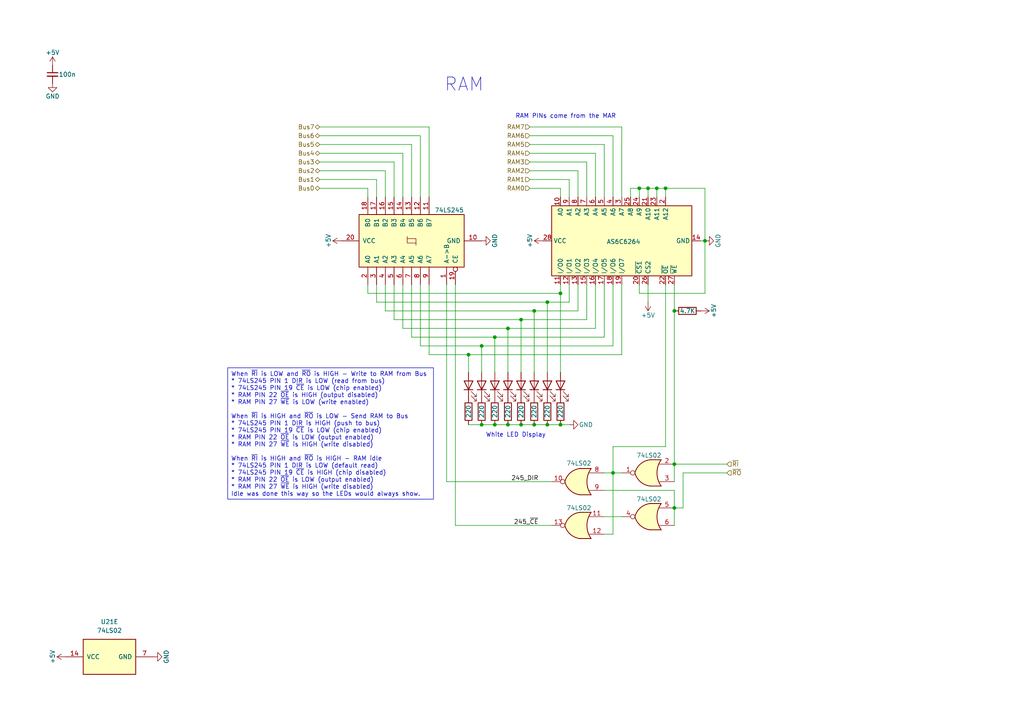
<source format=kicad_sch>
(kicad_sch (version 20250114) (generator "eeschema") (generator_version "9.0")
  (paper "A4")
  (lib_symbols
    (symbol "74xx:74LS02" (pin_names (offset 1.016))
      (property "Reference" "U" (at 0 1.27 0))
      (property "Value" "74LS02" (at 0 -1.27 0))
      (symbol "74LS02_1_1"
        (arc (start -3.81 3.81) (mid -2.589 0) (end -3.81 -3.81) (stroke (width 0.254)))
        (polyline (pts (xy -3.81 3.81) (xy -0.635 3.81)) (stroke (width 0.254)) (fill (type background)))
        (polyline (pts (xy -3.81 -3.81) (xy -0.635 -3.81)) (stroke (width 0.254)) (fill (type background)))
        (arc (start 3.81 0) (mid 2.1855 -2.584) (end -0.6096 -3.81) (stroke (width 0.254)) (fill (type background)))
        (arc (start -0.6096 3.81) (mid 2.1928 2.5924) (end 3.81 0) (stroke (width 0.254)) (fill (type background)))
        (polyline (pts (xy -0.635 3.81) (xy -3.81 3.81) (xy -3.81 3.81) (xy -3.556 3.4036) (xy -3.0226 2.2606) (xy -2.6924 1.0414) (xy -2.6162 -0.254) (xy -2.7686 -1.4986) (xy -3.175 -2.7178) (xy -3.81 -3.81) (xy -3.81 -3.81) (xy -0.635 -3.81)) (stroke (width -25.4)) (fill (type background)))
        (pin input line (at -7.62 2.54 0) (length 4.318) (name "~") (number "2"))
        (pin input line (at -7.62 -2.54 0) (length 4.318) (name "~") (number "3"))
        (pin output inverted (at 7.62 0 180) (length 3.81) (name "~") (number "1"))
      )
      (symbol "74LS02_1_2"
        (arc (start 0 3.81) (mid 3.7934 0) (end 0 -3.81) (stroke (width 0.254)) (fill (type background)))
        (polyline (pts (xy 0 3.81) (xy -3.81 3.81) (xy -3.81 -3.81) (xy 0 -3.81)) (stroke (width 0.254)) (fill (type background)))
        (pin input inverted (at -7.62 2.54 0) (length 3.81) (name "~") (number "2"))
        (pin input inverted (at -7.62 -2.54 0) (length 3.81) (name "~") (number "3"))
        (pin output line (at 7.62 0 180) (length 3.81) (name "~") (number "1"))
      )
      (symbol "74LS02_2_1"
        (arc (start -3.81 3.81) (mid -2.589 0) (end -3.81 -3.81) (stroke (width 0.254)))
        (polyline (pts (xy -3.81 3.81) (xy -0.635 3.81)) (stroke (width 0.254)) (fill (type background)))
        (polyline (pts (xy -3.81 -3.81) (xy -0.635 -3.81)) (stroke (width 0.254)) (fill (type background)))
        (arc (start 3.81 0) (mid 2.1855 -2.584) (end -0.6096 -3.81) (stroke (width 0.254)) (fill (type background)))
        (arc (start -0.6096 3.81) (mid 2.1928 2.5924) (end 3.81 0) (stroke (width 0.254)) (fill (type background)))
        (polyline (pts (xy -0.635 3.81) (xy -3.81 3.81) (xy -3.81 3.81) (xy -3.556 3.4036) (xy -3.0226 2.2606) (xy -2.6924 1.0414) (xy -2.6162 -0.254) (xy -2.7686 -1.4986) (xy -3.175 -2.7178) (xy -3.81 -3.81) (xy -3.81 -3.81) (xy -0.635 -3.81)) (stroke (width -25.4)) (fill (type background)))
        (pin input line (at -7.62 2.54 0) (length 4.318) (name "~") (number "5"))
        (pin input line (at -7.62 -2.54 0) (length 4.318) (name "~") (number "6"))
        (pin output inverted (at 7.62 0 180) (length 3.81) (name "~") (number "4"))
      )
      (symbol "74LS02_2_2"
        (arc (start 0 3.81) (mid 3.7934 0) (end 0 -3.81) (stroke (width 0.254)) (fill (type background)))
        (polyline (pts (xy 0 3.81) (xy -3.81 3.81) (xy -3.81 -3.81) (xy 0 -3.81)) (stroke (width 0.254)) (fill (type background)))
        (pin input inverted (at -7.62 2.54 0) (length 3.81) (name "~") (number "5"))
        (pin input inverted (at -7.62 -2.54 0) (length 3.81) (name "~") (number "6"))
        (pin output line (at 7.62 0 180) (length 3.81) (name "~") (number "4"))
      )
      (symbol "74LS02_3_1"
        (arc (start -3.81 3.81) (mid -2.589 0) (end -3.81 -3.81) (stroke (width 0.254)))
        (polyline (pts (xy -3.81 3.81) (xy -0.635 3.81)) (stroke (width 0.254)) (fill (type background)))
        (polyline (pts (xy -3.81 -3.81) (xy -0.635 -3.81)) (stroke (width 0.254)) (fill (type background)))
        (arc (start 3.81 0) (mid 2.1855 -2.584) (end -0.6096 -3.81) (stroke (width 0.254)) (fill (type background)))
        (arc (start -0.6096 3.81) (mid 2.1928 2.5924) (end 3.81 0) (stroke (width 0.254)) (fill (type background)))
        (polyline (pts (xy -0.635 3.81) (xy -3.81 3.81) (xy -3.81 3.81) (xy -3.556 3.4036) (xy -3.0226 2.2606) (xy -2.6924 1.0414) (xy -2.6162 -0.254) (xy -2.7686 -1.4986) (xy -3.175 -2.7178) (xy -3.81 -3.81) (xy -3.81 -3.81) (xy -0.635 -3.81)) (stroke (width -25.4)) (fill (type background)))
        (pin input line (at -7.62 2.54 0) (length 4.318) (name "~") (number "8"))
        (pin input line (at -7.62 -2.54 0) (length 4.318) (name "~") (number "9"))
        (pin output inverted (at 7.62 0 180) (length 3.81) (name "~") (number "10"))
      )
      (symbol "74LS02_3_2"
        (arc (start 0 3.81) (mid 3.7934 0) (end 0 -3.81) (stroke (width 0.254)) (fill (type background)))
        (polyline (pts (xy 0 3.81) (xy -3.81 3.81) (xy -3.81 -3.81) (xy 0 -3.81)) (stroke (width 0.254)) (fill (type background)))
        (pin input inverted (at -7.62 2.54 0) (length 3.81) (name "~") (number "8"))
        (pin input inverted (at -7.62 -2.54 0) (length 3.81) (name "~") (number "9"))
        (pin output line (at 7.62 0 180) (length 3.81) (name "~") (number "10"))
      )
      (symbol "74LS02_4_1"
        (arc (start -3.81 3.81) (mid -2.589 0) (end -3.81 -3.81) (stroke (width 0.254)))
        (polyline (pts (xy -3.81 3.81) (xy -0.635 3.81)) (stroke (width 0.254)) (fill (type background)))
        (polyline (pts (xy -3.81 -3.81) (xy -0.635 -3.81)) (stroke (width 0.254)) (fill (type background)))
        (arc (start 3.81 0) (mid 2.1855 -2.584) (end -0.6096 -3.81) (stroke (width 0.254)) (fill (type background)))
        (arc (start -0.6096 3.81) (mid 2.1928 2.5924) (end 3.81 0) (stroke (width 0.254)) (fill (type background)))
        (polyline (pts (xy -0.635 3.81) (xy -3.81 3.81) (xy -3.81 3.81) (xy -3.556 3.4036) (xy -3.0226 2.2606) (xy -2.6924 1.0414) (xy -2.6162 -0.254) (xy -2.7686 -1.4986) (xy -3.175 -2.7178) (xy -3.81 -3.81) (xy -3.81 -3.81) (xy -0.635 -3.81)) (stroke (width -25.4)) (fill (type background)))
        (pin input line (at -7.62 2.54 0) (length 4.318) (name "~") (number "11"))
        (pin input line (at -7.62 -2.54 0) (length 4.318) (name "~") (number "12"))
        (pin output inverted (at 7.62 0 180) (length 3.81) (name "~") (number "13"))
      )
      (symbol "74LS02_4_2"
        (arc (start 0 3.81) (mid 3.7934 0) (end 0 -3.81) (stroke (width 0.254)) (fill (type background)))
        (polyline (pts (xy 0 3.81) (xy -3.81 3.81) (xy -3.81 -3.81) (xy 0 -3.81)) (stroke (width 0.254)) (fill (type background)))
        (pin input inverted (at -7.62 2.54 0) (length 3.81) (name "~") (number "11"))
        (pin input inverted (at -7.62 -2.54 0) (length 3.81) (name "~") (number "12"))
        (pin output line (at 7.62 0 180) (length 3.81) (name "~") (number "13"))
      )
      (symbol "74LS02_5_0"
        (pin power_in line (at 0 12.7 270) (length 5.08) (name "VCC") (number "14"))
        (pin power_in line (at 0 -12.7 90) (length 5.08) (name "GND") (number "7"))
      )
      (symbol "74LS02_5_1"
        (rectangle (start -5.08 7.62) (end 5.08 -7.62) (stroke (width 0.254)) (fill (type background)))
      )
    )
    (symbol "74xx:74LS245" (pin_names (offset 1.016))
      (property "Reference" "U" (at -7.62 16.51 0))
      (property "Value" "74LS245" (at -7.62 -16.51 0))
      (symbol "74LS245_1_0"
        (polyline (pts (xy -1.27 -1.27) (xy 0.635 -1.27) (xy 0.635 1.27) (xy 1.27 1.27)))
        (polyline (pts (xy -0.635 -1.27) (xy -0.635 1.27) (xy 0.635 1.27)))
        (pin tri_state line (at -12.7 12.7 0) (length 5.08) (name "A0") (number "2"))
        (pin tri_state line (at -12.7 10.16 0) (length 5.08) (name "A1") (number "3"))
        (pin tri_state line (at -12.7 7.62 0) (length 5.08) (name "A2") (number "4"))
        (pin tri_state line (at -12.7 5.08 0) (length 5.08) (name "A3") (number "5"))
        (pin tri_state line (at -12.7 2.54 0) (length 5.08) (name "A4") (number "6"))
        (pin tri_state line (at -12.7 0 0) (length 5.08) (name "A5") (number "7"))
        (pin tri_state line (at -12.7 -2.54 0) (length 5.08) (name "A6") (number "8"))
        (pin tri_state line (at -12.7 -5.08 0) (length 5.08) (name "A7") (number "9"))
        (pin input line (at -12.7 -10.16 0) (length 5.08) (name "A->B") (number "1"))
        (pin input inverted (at -12.7 -12.7 0) (length 5.08) (name "CE") (number "19"))
        (pin power_in line (at 0 20.32 270) (length 5.08) (name "VCC") (number "20"))
        (pin power_in line (at 0 -20.32 90) (length 5.08) (name "GND") (number "10"))
        (pin tri_state line (at 12.7 12.7 180) (length 5.08) (name "B0") (number "18"))
        (pin tri_state line (at 12.7 10.16 180) (length 5.08) (name "B1") (number "17"))
        (pin tri_state line (at 12.7 7.62 180) (length 5.08) (name "B2") (number "16"))
        (pin tri_state line (at 12.7 5.08 180) (length 5.08) (name "B3") (number "15"))
        (pin tri_state line (at 12.7 2.54 180) (length 5.08) (name "B4") (number "14"))
        (pin tri_state line (at 12.7 0 180) (length 5.08) (name "B5") (number "13"))
        (pin tri_state line (at 12.7 -2.54 180) (length 5.08) (name "B6") (number "12"))
        (pin tri_state line (at 12.7 -5.08 180) (length 5.08) (name "B7") (number "11"))
      )
      (symbol "74LS245_1_1"
        (rectangle (start -7.62 15.24) (end 7.62 -15.24) (stroke (width 0.254)) (fill (type background)))
      )
    )
    (symbol "Device:C_Small" (pin_numbers (hide yes)) (pin_names (offset 0.254) (hide yes))
      (property "Reference" "C" (at 0.254 1.778 0))
      (property "Value" "C_Small" (at 0.254 -2.032 0))
      (symbol "C_Small_0_1"
        (polyline (pts (xy -1.524 0.508) (xy 1.524 0.508)) (stroke (width 0.3048)))
        (polyline (pts (xy -1.524 -0.508) (xy 1.524 -0.508)) (stroke (width 0.3302)))
      )
      (symbol "C_Small_1_1"
        (pin passive line (at 0 2.54 270) (length 2.032) (name "~") (number "1"))
        (pin passive line (at 0 -2.54 90) (length 2.032) (name "~") (number "2"))
      )
    )
    (symbol "Device:LED" (pin_numbers (hide yes)) (pin_names (offset 1.016) (hide yes))
      (property "Reference" "D" (at 0 2.54 0))
      (property "Value" "LED" (at 0 -2.54 0))
      (symbol "LED_0_1"
        (polyline (pts (xy -3.048 -0.762) (xy -4.572 -2.286) (xy -3.81 -2.286) (xy -4.572 -2.286) (xy -4.572 -1.524)))
        (polyline (pts (xy -1.778 -0.762) (xy -3.302 -2.286) (xy -2.54 -2.286) (xy -3.302 -2.286) (xy -3.302 -1.524)))
        (polyline (pts (xy -1.27 0) (xy 1.27 0)))
        (polyline (pts (xy -1.27 -1.27) (xy -1.27 1.27)) (stroke (width 0.254)))
        (polyline (pts (xy 1.27 -1.27) (xy 1.27 1.27) (xy -1.27 0) (xy 1.27 -1.27)) (stroke (width 0.254)))
      )
      (symbol "LED_1_1"
        (pin passive line (at -3.81 0 0) (length 2.54) (name "K") (number "1"))
        (pin passive line (at 3.81 0 180) (length 2.54) (name "A") (number "2"))
      )
    )
    (symbol "Device:R" (pin_numbers (hide yes)) (pin_names (offset 0))
      (property "Reference" "R" (at 2.032 0 90))
      (property "Value" "R" (at 0 0 90))
      (symbol "R_0_1"
        (rectangle (start -1.016 -2.54) (end 1.016 2.54) (stroke (width 0.254)))
      )
      (symbol "R_1_1"
        (pin passive line (at 0 3.81 270) (length 1.27) (name "~") (number "1"))
        (pin passive line (at 0 -3.81 90) (length 1.27) (name "~") (number "2"))
      )
    )
    (symbol "Library:AS6C6264"
      (property "Reference" "U" (at -10.16 20.955 0))
      (property "Value" "AS6C6264" (at 0.508 20.574 0))
      (symbol "AS6C6264_0_0"
        (pin power_in line (at 0 22.86 270) (length 2.54) (name "VCC") (number "28"))
        (pin power_in line (at 0 -22.86 90) (length 2.54) (name "GND") (number "14"))
      )
      (symbol "AS6C6264_0_1"
        (rectangle (start -10.16 20.32) (end 10.16 -20.32) (stroke (width 0.254)) (fill (type background)))
      )
      (symbol "AS6C6264_1_1"
        (pin input line (at -12.7 17.78 0) (length 2.54) (name "A0") (number "10"))
        (pin input line (at -12.7 15.24 0) (length 2.54) (name "A1") (number "9"))
        (pin input line (at -12.7 12.7 0) (length 2.54) (name "A2") (number "8"))
        (pin input line (at -12.7 10.16 0) (length 2.54) (name "A3") (number "7"))
        (pin input line (at -12.7 7.62 0) (length 2.54) (name "A4") (number "6"))
        (pin input line (at -12.7 5.08 0) (length 2.54) (name "A5") (number "5"))
        (pin input line (at -12.7 2.54 0) (length 2.54) (name "A6") (number "4"))
        (pin input line (at -12.7 0 0) (length 2.54) (name "A7") (number "3"))
        (pin input line (at -12.7 -2.54 0) (length 2.54) (name "A8") (number "25"))
        (pin input line (at -12.7 -5.08 0) (length 2.54) (name "A9") (number "24"))
        (pin input line (at -12.7 -7.62 0) (length 2.54) (name "A10") (number "21"))
        (pin input line (at -12.7 -10.16 0) (length 2.54) (name "A11") (number "23"))
        (pin input line (at -12.7 -12.7 0) (length 2.54) (name "A12") (number "2"))
        (pin no_connect line (at 0 0 0) (length 2.54) (hide yes) (name "NC") (number "1"))
        (pin tri_state line (at 12.7 17.78 180) (length 2.54) (name "I/O0") (number "11"))
        (pin tri_state line (at 12.7 15.24 180) (length 2.54) (name "I/O1") (number "12"))
        (pin tri_state line (at 12.7 12.7 180) (length 2.54) (name "I/O2") (number "13"))
        (pin tri_state line (at 12.7 10.16 180) (length 2.54) (name "I/O3") (number "15"))
        (pin tri_state line (at 12.7 7.62 180) (length 2.54) (name "I/O4") (number "16"))
        (pin tri_state line (at 12.7 5.08 180) (length 2.54) (name "I/O5") (number "17"))
        (pin tri_state line (at 12.7 2.54 180) (length 2.54) (name "I/O6") (number "18"))
        (pin tri_state line (at 12.7 0 180) (length 2.54) (name "I/O7") (number "19"))
        (pin input line (at 12.7 -5.08 180) (length 2.54) (name "~{CS1}") (number "20"))
        (pin input line (at 12.7 -7.62 180) (length 2.54) (name "CS2") (number "26"))
        (pin input line (at 12.7 -12.7 180) (length 2.54) (name "~{OE}") (number "22"))
        (pin input line (at 12.7 -15.24 180) (length 2.54) (name "~{WE}") (number "27"))
      )
    )
    (symbol "power:+5V" (power) (pin_numbers (hide yes)) (pin_names (offset 0) (hide yes))
      (property "Value" "+5V" (at 0 3.556 0))
      (symbol "+5V_0_1"
        (polyline (pts (xy -0.762 1.27) (xy 0 2.54)))
        (polyline (pts (xy 0 2.54) (xy 0.762 1.27)))
        (polyline (pts (xy 0 0) (xy 0 2.54)))
      )
      (symbol "+5V_1_1"
        (pin power_in line (at 0 0 90) (length 0) (name "~") (number "1"))
      )
    )
    (symbol "power:GND" (power) (pin_numbers (hide yes)) (pin_names (offset 0) (hide yes))
      (property "Value" "GND" (at 0 -3.81 0))
      (symbol "GND_0_1"
        (polyline (pts (xy 0 0) (xy 0 -1.27) (xy 1.27 -1.27) (xy 0 -2.54) (xy -1.27 -1.27) (xy 0 -1.27)))
      )
      (symbol "GND_1_1"
        (pin power_in line (at 0 0 270) (length 0) (name "~") (number "1"))
      )
    )
  )
  (text "RAM" (at 134.62 24.638 0) (effects (font (size 3.81 3.81))))
  (text "White LED Display" (at 149.606 126.238 0) (effects (font (size 1.27 1.27))))
  (text "RAM PINs come from the MAR" (at 164.084 33.782 0) (effects (font (size 1.27 1.27))))
  (text_box "When ~{RI} is LOW and ~{RO} is HIGH - Write to RAM from Bus\n* 74LS245 PIN 1 DIR is LOW (read from bus)\n* 74LS245 PIN 19 ~{CE} is LOW (chip enabled)\n* RAM PIN 22 ~{OE} is HIGH (output disabled)\n* RAM PIN 27 ~{WE} is LOW (write enabled)\n\nWhen ~{RI} is HIGH and ~{RO} is LOW - Send RAM to Bus\n* 74LS245 PIN 1 DIR is HIGH (push to bus)\n* 74LS245 PIN 19 ~{CE} is LOW (chip enabled)\n* RAM PIN 22 ~{OE} is LOW (output enabled)\n* RAM PIN 27 ~{WE} is HIGH (write disabled)\n\nWhen ~{RI} is HIGH and ~{RO} is HIGH - RAM idle\n* 74LS245 PIN 1 DIR is LOW (default read)\n* 74LS245 PIN 19 ~{CE} is HIGH (chip disabled)\n* RAM PIN 22 ~{OE} is LOW (output enabled)\n* RAM PIN 27 ~{WE} is HIGH (write disabled)\nIdle was done this way so the LEDs would always show." (at 66.04 106.68 0) (size 59.69 38.1) (margins 0.9525 0.9525 0.9525 0.9525) (effects (font (size 1.27 1.27)) (justify left top)))
  (junction (at 177.8 137.16))
  (junction (at 193.04 54.61))
  (junction (at 147.32 123.19))
  (junction (at 195.58 134.62))
  (junction (at 139.7 100.33))
  (junction (at 139.7 123.19))
  (junction (at 154.94 90.17))
  (junction (at 151.13 123.19))
  (junction (at 143.51 123.19))
  (junction (at 162.56 123.19))
  (junction (at 158.75 123.19))
  (junction (at 195.58 147.32))
  (junction (at 135.89 102.87))
  (junction (at 154.94 123.19))
  (junction (at 143.51 97.79))
  (junction (at 204.47 69.85))
  (junction (at 151.13 92.71))
  (junction (at 195.58 90.17))
  (junction (at 190.5 54.61))
  (junction (at 187.96 54.61))
  (junction (at 162.56 85.09))
  (junction (at 158.75 87.63))
  (junction (at 185.42 54.61))
  (junction (at 147.32 95.25))
  (wire (pts (xy 195.58 142.24) (xy 195.58 147.32)))
  (wire (pts (xy 177.8 82.55) (xy 177.8 100.33)))
  (wire (pts (xy 167.64 49.53) (xy 153.67 49.53)))
  (wire (pts (xy 175.26 57.15) (xy 175.26 41.91)))
  (wire (pts (xy 154.94 90.17) (xy 154.94 107.95)))
  (wire (pts (xy 119.38 97.79) (xy 143.51 97.79)))
  (wire (pts (xy 190.5 57.15) (xy 190.5 54.61)))
  (wire (pts (xy 139.7 100.33) (xy 177.8 100.33)))
  (wire (pts (xy 177.8 57.15) (xy 177.8 39.37)))
  (wire (pts (xy 195.58 147.32) (xy 195.58 152.4)))
  (wire (pts (xy 170.18 46.99) (xy 153.67 46.99)))
  (wire (pts (xy 129.54 82.55) (xy 129.54 139.7)))
  (wire (pts (xy 162.56 54.61) (xy 162.56 57.15)))
  (wire (pts (xy 180.34 149.86) (xy 175.26 149.86)))
  (wire (pts (xy 193.04 82.55) (xy 193.04 129.54)))
  (wire (pts (xy 109.22 52.07) (xy 92.71 52.07)))
  (wire (pts (xy 187.96 82.55) (xy 187.96 87.63)))
  (wire (pts (xy 151.13 92.71) (xy 151.13 107.95)))
  (wire (pts (xy 210.82 137.16) (xy 198.12 137.16)))
  (wire (pts (xy 124.46 36.83) (xy 92.71 36.83)))
  (wire (pts (xy 162.56 123.19) (xy 165.1 123.19)))
  (wire (pts (xy 158.75 87.63) (xy 165.1 87.63)))
  (wire (pts (xy 154.94 90.17) (xy 111.76 90.17)))
  (wire (pts (xy 106.68 85.09) (xy 106.68 82.55)))
  (wire (pts (xy 114.3 57.15) (xy 114.3 46.99)))
  (wire (pts (xy 185.42 57.15) (xy 185.42 54.61)))
  (wire (pts (xy 175.26 41.91) (xy 153.67 41.91)))
  (wire (pts (xy 158.75 87.63) (xy 109.22 87.63)))
  (wire (pts (xy 193.04 54.61) (xy 204.47 54.61)))
  (wire (pts (xy 187.96 54.61) (xy 187.96 57.15)))
  (wire (pts (xy 180.34 82.55) (xy 180.34 102.87)))
  (wire (pts (xy 124.46 57.15) (xy 124.46 36.83)))
  (wire (pts (xy 195.58 90.17) (xy 195.58 134.62)))
  (wire (pts (xy 172.72 44.45) (xy 153.67 44.45)))
  (wire (pts (xy 143.51 107.95) (xy 143.51 97.79)))
  (wire (pts (xy 132.08 82.55) (xy 132.08 152.4)))
  (wire (pts (xy 151.13 92.71) (xy 170.18 92.71)))
  (wire (pts (xy 172.72 57.15) (xy 172.72 44.45)))
  (wire (pts (xy 139.7 123.19) (xy 135.89 123.19)))
  (wire (pts (xy 165.1 52.07) (xy 153.67 52.07)))
  (wire (pts (xy 154.94 123.19) (xy 151.13 123.19)))
  (wire (pts (xy 185.42 54.61) (xy 187.96 54.61)))
  (wire (pts (xy 177.8 137.16) (xy 175.26 137.16)))
  (wire (pts (xy 162.56 85.09) (xy 106.68 85.09)))
  (wire (pts (xy 175.26 154.94) (xy 177.8 154.94)))
  (wire (pts (xy 165.1 82.55) (xy 165.1 87.63)))
  (wire (pts (xy 180.34 137.16) (xy 177.8 137.16)))
  (wire (pts (xy 147.32 123.19) (xy 143.51 123.19)))
  (wire (pts (xy 132.08 152.4) (xy 160.02 152.4)))
  (wire (pts (xy 195.58 142.24) (xy 175.26 142.24)))
  (wire (pts (xy 119.38 41.91) (xy 92.71 41.91)))
  (wire (pts (xy 185.42 82.55) (xy 185.42 85.09)))
  (wire (pts (xy 143.51 123.19) (xy 139.7 123.19)))
  (wire (pts (xy 111.76 49.53) (xy 92.71 49.53)))
  (wire (pts (xy 129.54 139.7) (xy 160.02 139.7)))
  (wire (pts (xy 180.34 57.15) (xy 180.34 36.83)))
  (wire (pts (xy 114.3 92.71) (xy 114.3 82.55)))
  (wire (pts (xy 139.7 100.33) (xy 121.92 100.33)))
  (wire (pts (xy 195.58 147.32) (xy 198.12 147.32)))
  (wire (pts (xy 204.47 69.85) (xy 203.2 69.85)))
  (wire (pts (xy 162.56 82.55) (xy 162.56 85.09)))
  (wire (pts (xy 195.58 134.62) (xy 195.58 139.7)))
  (wire (pts (xy 116.84 57.15) (xy 116.84 44.45)))
  (wire (pts (xy 190.5 54.61) (xy 193.04 54.61)))
  (wire (pts (xy 106.68 54.61) (xy 92.71 54.61)))
  (wire (pts (xy 177.8 129.54) (xy 177.8 137.16)))
  (wire (pts (xy 165.1 57.15) (xy 165.1 52.07)))
  (wire (pts (xy 109.22 57.15) (xy 109.22 52.07)))
  (wire (pts (xy 180.34 36.83) (xy 153.67 36.83)))
  (wire (pts (xy 116.84 95.25) (xy 116.84 82.55)))
  (wire (pts (xy 162.56 85.09) (xy 162.56 107.95)))
  (wire (pts (xy 121.92 57.15) (xy 121.92 39.37)))
  (wire (pts (xy 195.58 82.55) (xy 195.58 90.17)))
  (wire (pts (xy 139.7 100.33) (xy 139.7 107.95)))
  (wire (pts (xy 167.64 82.55) (xy 167.64 90.17)))
  (wire (pts (xy 143.51 97.79) (xy 175.26 97.79)))
  (wire (pts (xy 198.12 137.16) (xy 198.12 147.32)))
  (wire (pts (xy 151.13 92.71) (xy 114.3 92.71)))
  (wire (pts (xy 147.32 95.25) (xy 116.84 95.25)))
  (wire (pts (xy 124.46 102.87) (xy 124.46 82.55)))
  (wire (pts (xy 177.8 154.94) (xy 177.8 137.16)))
  (wire (pts (xy 135.89 102.87) (xy 180.34 102.87)))
  (wire (pts (xy 121.92 100.33) (xy 121.92 82.55)))
  (wire (pts (xy 170.18 82.55) (xy 170.18 92.71)))
  (wire (pts (xy 185.42 85.09) (xy 204.47 85.09)))
  (wire (pts (xy 175.26 82.55) (xy 175.26 97.79)))
  (wire (pts (xy 158.75 87.63) (xy 158.75 107.95)))
  (wire (pts (xy 135.89 102.87) (xy 124.46 102.87)))
  (wire (pts (xy 121.92 39.37) (xy 92.71 39.37)))
  (wire (pts (xy 204.47 85.09) (xy 204.47 69.85)))
  (wire (pts (xy 135.89 102.87) (xy 135.89 107.95)))
  (wire (pts (xy 114.3 46.99) (xy 92.71 46.99)))
  (wire (pts (xy 187.96 54.61) (xy 190.5 54.61)))
  (wire (pts (xy 182.88 54.61) (xy 185.42 54.61)))
  (wire (pts (xy 154.94 90.17) (xy 167.64 90.17)))
  (wire (pts (xy 167.64 57.15) (xy 167.64 49.53)))
  (wire (pts (xy 119.38 97.79) (xy 119.38 82.55)))
  (wire (pts (xy 147.32 95.25) (xy 172.72 95.25)))
  (wire (pts (xy 204.47 54.61) (xy 204.47 69.85)))
  (wire (pts (xy 111.76 57.15) (xy 111.76 49.53)))
  (wire (pts (xy 147.32 95.25) (xy 147.32 107.95)))
  (wire (pts (xy 162.56 123.19) (xy 158.75 123.19)))
  (wire (pts (xy 182.88 57.15) (xy 182.88 54.61)))
  (wire (pts (xy 109.22 87.63) (xy 109.22 82.55)))
  (wire (pts (xy 210.82 134.62) (xy 195.58 134.62)))
  (wire (pts (xy 170.18 57.15) (xy 170.18 46.99)))
  (wire (pts (xy 193.04 54.61) (xy 193.04 57.15)))
  (wire (pts (xy 151.13 123.19) (xy 147.32 123.19)))
  (wire (pts (xy 119.38 57.15) (xy 119.38 41.91)))
  (wire (pts (xy 111.76 90.17) (xy 111.76 82.55)))
  (wire (pts (xy 116.84 44.45) (xy 92.71 44.45)))
  (wire (pts (xy 172.72 82.55) (xy 172.72 95.25)))
  (wire (pts (xy 106.68 54.61) (xy 106.68 57.15)))
  (wire (pts (xy 162.56 54.61) (xy 153.67 54.61)))
  (wire (pts (xy 193.04 129.54) (xy 177.8 129.54)))
  (wire (pts (xy 158.75 123.19) (xy 154.94 123.19)))
  (wire (pts (xy 177.8 39.37) (xy 153.67 39.37)))
  (label "245_~{CE}" (at 156.21 152.4 180))
  (label "245_DIR" (at 156.21 139.7 180))
  (hierarchical_label "RAM5" (shape input) (at 153.67 41.91 180))
  (hierarchical_label "Bus3" (shape bidirectional) (at 92.71 46.99 180))
  (hierarchical_label "Bus6" (shape bidirectional) (at 92.71 39.37 180))
  (hierarchical_label "RAM6" (shape input) (at 153.67 39.37 180))
  (hierarchical_label "Bus0" (shape bidirectional) (at 92.71 54.61 180))
  (hierarchical_label "Bus4" (shape bidirectional) (at 92.71 44.45 180))
  (hierarchical_label "~{RI}" (shape input) (at 210.82 134.62 0))
  (hierarchical_label "~{RO}" (shape input) (at 210.82 137.16 0))
  (hierarchical_label "RAM7" (shape input) (at 153.67 36.83 180))
  (hierarchical_label "RAM2" (shape input) (at 153.67 49.53 180))
  (hierarchical_label "Bus7" (shape bidirectional) (at 92.71 36.83 180))
  (hierarchical_label "RAM1" (shape input) (at 153.67 52.07 180))
  (hierarchical_label "RAM3" (shape input) (at 153.67 46.99 180))
  (hierarchical_label "Bus5" (shape bidirectional) (at 92.71 41.91 180))
  (hierarchical_label "Bus2" (shape bidirectional) (at 92.71 49.53 180))
  (hierarchical_label "RAM0" (shape input) (at 153.67 54.61 180))
  (hierarchical_label "RAM4" (shape input) (at 153.67 44.45 180))
  (hierarchical_label "Bus1" (shape bidirectional) (at 92.71 52.07 180))
  (symbol (lib_id "Device:R") (at 135.89 119.38 180) (unit 1)
    (property "Reference" "R46" (effects (hide yes)))
    (property "Value" "220" (at 135.89 119.38 90))
    (property "Footprint" "Resistor_THT:R_Axial_DIN0207_L6.3mm_D2.5mm_P7.62mm_Horizontal" (effects (hide yes)))
    (property "Description" "Resistor" (effects (hide yes)))
  )
  (symbol (lib_id "power:GND") (at 15.24 24.13 0) (unit 1)
    (property "Reference" "#PWR061" (effects (hide yes)))
    (property "Value" "GND" (at 13.208 27.94 0) (effects (justify left)))
    (property "Description" "Power symbol creates a global label with name \"GND\" , ground" (effects (hide yes)))
  )
  (symbol (lib_id "74xx:74LS02") (at 167.64 139.7 0) (mirror y) (unit 3)
    (property "Reference" "U21" (effects (hide yes)))
    (property "Value" "74LS02" (at 167.894 134.366 0))
    (property "Footprint" "Package_DIP:DIP-14_W7.62mm_Socket_LongPads" (effects (hide yes)))
    (property "Datasheet" "http://www.ti.com/lit/gpn/sn74ls02" (effects (hide yes)))
    (property "Description" "quad 2-input NOR gate" (effects (hide yes)))
  )
  (symbol (lib_id "Device:LED") (at 143.51 111.76 90) (unit 1)
    (property "Reference" "D38" (effects (hide yes)))
    (property "Value" "WHT" (effects (hide yes)))
    (property "Footprint" "LED_THT:LED_D5.0mm" (effects (hide yes)))
    (property "Description" "Light emitting diode" (effects (hide yes)))
    (property "Sim.Pins" "1=K 2=A" (effects (hide yes)))
  )
  (symbol (lib_id "power:GND") (at 165.1 123.19 90) (unit 1)
    (property "Reference" "#PWR072" (effects (hide yes)))
    (property "Value" "GND" (at 167.894 123.19 90) (effects (justify right)))
    (property "Description" "Power symbol creates a global label with name \"GND\" , ground" (effects (hide yes)))
  )
  (symbol (lib_id "Device:LED") (at 139.7 111.76 90) (unit 1)
    (property "Reference" "D37" (effects (hide yes)))
    (property "Value" "WHT" (effects (hide yes)))
    (property "Footprint" "LED_THT:LED_D5.0mm" (effects (hide yes)))
    (property "Description" "Light emitting diode" (effects (hide yes)))
    (property "Sim.Pins" "1=K 2=A" (effects (hide yes)))
  )
  (symbol (lib_id "Device:C_Small") (at 15.24 21.59 0) (unit 1)
    (property "Reference" "C14" (effects (hide yes)))
    (property "Value" "100n" (at 17.018 21.59 0) (effects (justify left)))
    (property "Footprint" "Capacitor_THT:C_Disc_D5.0mm_W2.5mm_P5.00mm" (effects (hide yes)))
    (property "Description" "Unpolarized capacitor, small symbol" (effects (hide yes)))
  )
  (symbol (lib_id "Device:LED") (at 147.32 111.76 90) (unit 1)
    (property "Reference" "D39" (effects (hide yes)))
    (property "Value" "WHT" (effects (hide yes)))
    (property "Footprint" "LED_THT:LED_D5.0mm" (effects (hide yes)))
    (property "Description" "Light emitting diode" (effects (hide yes)))
    (property "Sim.Pins" "1=K 2=A" (effects (hide yes)))
  )
  (symbol (lib_id "power:GND") (at 204.47 69.85 90) (unit 1)
    (property "Reference" "#PWR067" (effects (hide yes)))
    (property "Value" "GND" (at 208.28 71.882 0) (effects (justify left)))
    (property "Description" "Power symbol creates a global label with name \"GND\" , ground" (effects (hide yes)))
  )
  (symbol (lib_id "Device:R") (at 154.94 119.38 180) (unit 1)
    (property "Reference" "R51" (effects (hide yes)))
    (property "Value" "220" (at 154.94 119.38 90))
    (property "Footprint" "Resistor_THT:R_Axial_DIN0207_L6.3mm_D2.5mm_P7.62mm_Horizontal" (effects (hide yes)))
    (property "Description" "Resistor" (effects (hide yes)))
  )
  (symbol (lib_id "Device:R") (at 143.51 119.38 180) (unit 1)
    (property "Reference" "R48" (effects (hide yes)))
    (property "Value" "220" (at 143.51 119.38 90))
    (property "Footprint" "Resistor_THT:R_Axial_DIN0207_L6.3mm_D2.5mm_P7.62mm_Horizontal" (effects (hide yes)))
    (property "Description" "Resistor" (effects (hide yes)))
  )
  (symbol (lib_id "Device:LED") (at 151.13 111.76 90) (unit 1)
    (property "Reference" "D40" (effects (hide yes)))
    (property "Value" "WHT" (effects (hide yes)))
    (property "Footprint" "LED_THT:LED_D5.0mm" (effects (hide yes)))
    (property "Description" "Light emitting diode" (effects (hide yes)))
    (property "Sim.Pins" "1=K 2=A" (effects (hide yes)))
  )
  (symbol (lib_id "power:+5V") (at 99.06 69.85 90) (unit 1)
    (property "Reference" "#PWR064" (effects (hide yes)))
    (property "Value" "+5V" (at 95.25 69.85 0))
    (property "Description" "Power symbol creates a global label with name \"+5V\"" (effects (hide yes)))
  )
  (symbol (lib_id "Device:LED") (at 154.94 111.76 90) (unit 1)
    (property "Reference" "D41" (effects (hide yes)))
    (property "Value" "WHT" (effects (hide yes)))
    (property "Footprint" "LED_THT:LED_D5.0mm" (effects (hide yes)))
    (property "Description" "Light emitting diode" (effects (hide yes)))
    (property "Sim.Pins" "1=K 2=A" (effects (hide yes)))
  )
  (symbol (lib_id "74xx:74LS02") (at 187.96 137.16 0) (mirror y) (unit 1)
    (property "Reference" "U21" (effects (hide yes)))
    (property "Value" "74LS02" (at 188.214 132.08 0))
    (property "Footprint" "Package_DIP:DIP-14_W7.62mm_Socket_LongPads" (effects (hide yes)))
    (property "Datasheet" "http://www.ti.com/lit/gpn/sn74ls02" (effects (hide yes)))
    (property "Description" "quad 2-input NOR gate" (effects (hide yes)))
  )
  (symbol (lib_id "power:GND") (at 139.7 69.85 90) (unit 1)
    (property "Reference" "#PWR066" (effects (hide yes)))
    (property "Value" "GND" (at 143.51 71.882 0) (effects (justify left)))
    (property "Description" "Power symbol creates a global label with name \"GND\" , ground" (effects (hide yes)))
  )
  (symbol (lib_id "74xx:74LS02") (at 31.75 190.5 90) (unit 5)
    (property "Reference" "U21" (at 31.75 180.34 90))
    (property "Value" "74LS02" (at 31.75 182.88 90))
    (property "Footprint" "Package_DIP:DIP-14_W7.62mm_Socket_LongPads" (effects (hide yes)))
    (property "Datasheet" "http://www.ti.com/lit/gpn/sn74ls02" (effects (hide yes)))
    (property "Description" "quad 2-input NOR gate" (effects (hide yes)))
  )
  (symbol (lib_id "Device:LED") (at 162.56 111.76 90) (unit 1)
    (property "Reference" "D43" (effects (hide yes)))
    (property "Value" "WHT" (effects (hide yes)))
    (property "Footprint" "LED_THT:LED_D5.0mm" (effects (hide yes)))
    (property "Description" "Light emitting diode" (effects (hide yes)))
    (property "Sim.Pins" "1=K 2=A" (effects (hide yes)))
  )
  (symbol (lib_id "power:+5V") (at 157.48 69.85 90) (unit 1)
    (property "Reference" "#PWR065" (effects (hide yes)))
    (property "Value" "+5V" (at 153.67 69.85 0))
    (property "Description" "Power symbol creates a global label with name \"+5V\"" (effects (hide yes)))
  )
  (symbol (lib_id "Device:LED") (at 158.75 111.76 90) (unit 1)
    (property "Reference" "D42" (effects (hide yes)))
    (property "Value" "WHT" (effects (hide yes)))
    (property "Footprint" "LED_THT:LED_D5.0mm" (effects (hide yes)))
    (property "Description" "Light emitting diode" (effects (hide yes)))
    (property "Sim.Pins" "1=K 2=A" (effects (hide yes)))
  )
  (symbol (lib_id "power:GND") (at 44.45 190.5 90) (unit 1)
    (property "Reference" "#PWR062" (effects (hide yes)))
    (property "Value" "GND" (at 48.26 192.532 0) (effects (justify left)))
    (property "Description" "Power symbol creates a global label with name \"GND\" , ground" (effects (hide yes)))
  )
  (symbol (lib_id "Device:R") (at 151.13 119.38 180) (unit 1)
    (property "Reference" "R50" (effects (hide yes)))
    (property "Value" "220" (at 151.13 119.38 90))
    (property "Footprint" "Resistor_THT:R_Axial_DIN0207_L6.3mm_D2.5mm_P7.62mm_Horizontal" (effects (hide yes)))
    (property "Description" "Resistor" (effects (hide yes)))
  )
  (symbol (lib_id "power:+5V") (at 203.2 90.17 270) (unit 1)
    (property "Reference" "#PWR069" (effects (hide yes)))
    (property "Value" "+5V" (at 207.01 90.17 0))
    (property "Description" "Power symbol creates a global label with name \"+5V\"" (effects (hide yes)))
  )
  (symbol (lib_id "74xx:74LS245") (at 119.38 69.85 90) (unit 1)
    (property "Reference" "U16" (effects (hide yes)))
    (property "Value" "74LS245" (at 130.302 60.96 90))
    (property "Footprint" "Package_DIP:DIP-22_W7.62mm_Socket_LongPads" (effects (hide yes)))
    (property "Datasheet" "http://www.ti.com/lit/gpn/sn74LS245" (effects (hide yes)))
    (property "Description" "Octal BUS Transceivers, 3-State outputs" (effects (hide yes)))
  )
  (symbol (lib_id "power:+5V") (at 19.05 190.5 90) (unit 1)
    (property "Reference" "#PWR063" (effects (hide yes)))
    (property "Value" "+5V" (at 15.24 190.5 0))
    (property "Description" "Power symbol creates a global label with name \"+5V\"" (effects (hide yes)))
  )
  (symbol (lib_id "Device:LED") (at 135.89 111.76 90) (unit 1)
    (property "Reference" "D36" (effects (hide yes)))
    (property "Value" "WHT" (effects (hide yes)))
    (property "Footprint" "LED_THT:LED_D5.0mm" (effects (hide yes)))
    (property "Description" "Light emitting diode" (effects (hide yes)))
    (property "Sim.Pins" "1=K 2=A" (effects (hide yes)))
  )
  (symbol (lib_id "74xx:74LS02") (at 187.96 149.86 0) (mirror y) (unit 2)
    (property "Reference" "U21" (effects (hide yes)))
    (property "Value" "74LS02" (at 188.214 144.78 0))
    (property "Footprint" "Package_DIP:DIP-14_W7.62mm_Socket_LongPads" (effects (hide yes)))
    (property "Datasheet" "http://www.ti.com/lit/gpn/sn74ls02" (effects (hide yes)))
    (property "Description" "quad 2-input NOR gate" (effects (hide yes)))
  )
  (symbol (lib_id "Library:AS6C6264") (at 180.34 69.85 90) (mirror x) (unit 1)
    (property "Reference" "U18" (effects (hide yes)))
    (property "Value" "AS6C6264" (at 180.848 70.104 90))
    (property "Footprint" "Package_DIP:DIP-28_W15.24mm_Socket_LongPads" (effects (hide yes)))
  )
  (symbol (lib_id "Device:R") (at 158.75 119.38 180) (unit 1)
    (property "Reference" "R52" (effects (hide yes)))
    (property "Value" "220" (at 158.75 119.38 90))
    (property "Footprint" "Resistor_THT:R_Axial_DIN0207_L6.3mm_D2.5mm_P7.62mm_Horizontal" (effects (hide yes)))
    (property "Description" "Resistor" (effects (hide yes)))
  )
  (symbol (lib_id "Device:R") (at 147.32 119.38 180) (unit 1)
    (property "Reference" "R49" (effects (hide yes)))
    (property "Value" "220" (at 147.32 119.38 90))
    (property "Footprint" "Resistor_THT:R_Axial_DIN0207_L6.3mm_D2.5mm_P7.62mm_Horizontal" (effects (hide yes)))
    (property "Description" "Resistor" (effects (hide yes)))
  )
  (symbol (lib_id "Device:R") (at 139.7 119.38 180) (unit 1)
    (property "Reference" "R47" (effects (hide yes)))
    (property "Value" "220" (at 139.7 119.38 90))
    (property "Footprint" "Resistor_THT:R_Axial_DIN0207_L6.3mm_D2.5mm_P7.62mm_Horizontal" (effects (hide yes)))
    (property "Description" "Resistor" (effects (hide yes)))
  )
  (symbol (lib_id "74xx:74LS02") (at 167.64 152.4 0) (mirror y) (unit 4)
    (property "Reference" "U21" (effects (hide yes)))
    (property "Value" "74LS02" (at 167.894 147.32 0))
    (property "Footprint" "Package_DIP:DIP-14_W7.62mm_Socket_LongPads" (effects (hide yes)))
    (property "Datasheet" "http://www.ti.com/lit/gpn/sn74ls02" (effects (hide yes)))
    (property "Description" "quad 2-input NOR gate" (effects (hide yes)))
  )
  (symbol (lib_id "Device:R") (at 162.56 119.38 180) (unit 1)
    (property "Reference" "R53" (effects (hide yes)))
    (property "Value" "220" (at 162.56 119.38 90))
    (property "Footprint" "Resistor_THT:R_Axial_DIN0207_L6.3mm_D2.5mm_P7.62mm_Horizontal" (effects (hide yes)))
    (property "Description" "Resistor" (effects (hide yes)))
  )
  (symbol (lib_id "Device:R") (at 199.39 90.17 90) (unit 1)
    (property "Reference" "R42" (effects (hide yes)))
    (property "Value" "4.7K" (at 199.39 90.17 90))
    (property "Footprint" "Resistor_THT:R_Axial_DIN0207_L6.3mm_D2.5mm_P7.62mm_Horizontal" (effects (hide yes)))
    (property "Description" "Resistor" (effects (hide yes)))
  )
  (symbol (lib_id "power:+5V") (at 15.24 19.05 0) (unit 1)
    (property "Reference" "#PWR060" (effects (hide yes)))
    (property "Value" "+5V" (at 15.24 15.24 0))
    (property "Description" "Power symbol creates a global label with name \"+5V\"" (effects (hide yes)))
  )
  (symbol (lib_id "power:+5V") (at 187.96 87.63 180) (unit 1)
    (property "Reference" "#PWR068" (effects (hide yes)))
    (property "Value" "+5V" (at 187.96 91.44 0))
    (property "Description" "Power symbol creates a global label with name \"+5V\"" (effects (hide yes)))
  )
)
</source>
